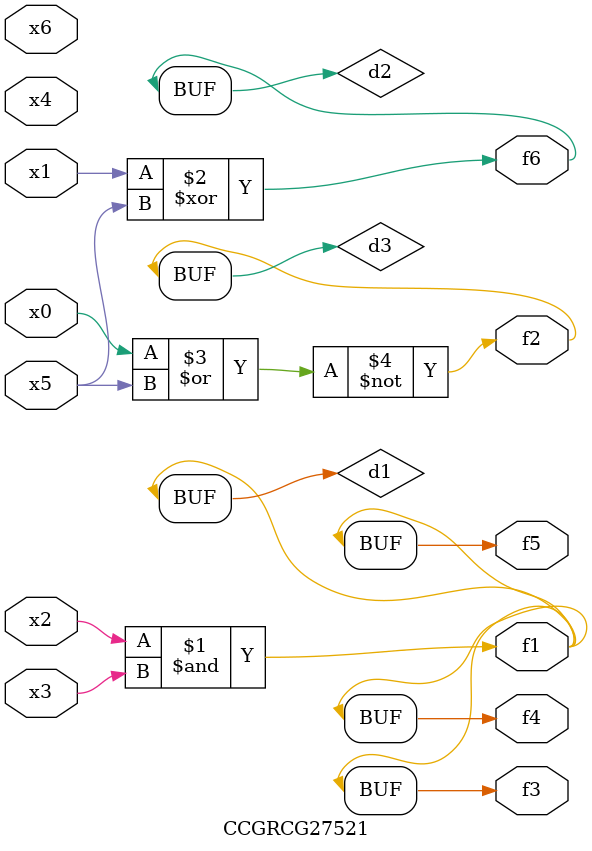
<source format=v>
module CCGRCG27521(
	input x0, x1, x2, x3, x4, x5, x6,
	output f1, f2, f3, f4, f5, f6
);

	wire d1, d2, d3;

	and (d1, x2, x3);
	xor (d2, x1, x5);
	nor (d3, x0, x5);
	assign f1 = d1;
	assign f2 = d3;
	assign f3 = d1;
	assign f4 = d1;
	assign f5 = d1;
	assign f6 = d2;
endmodule

</source>
